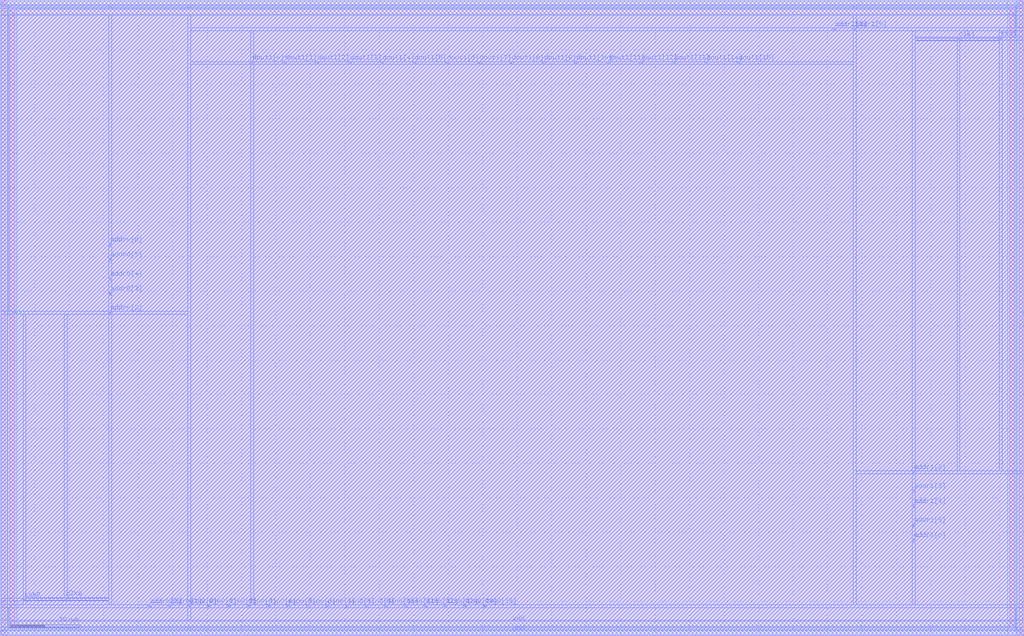
<source format=lef>
VERSION 5.4 ;
NAMESCASESENSITIVE ON ;
BUSBITCHARS "[]" ;
DIVIDERCHAR "/" ;
UNITS
  DATABASE MICRONS 2000 ;
END UNITS
MACRO freepdk45_sram_1w1r_120x16
   CLASS BLOCK ;
   SIZE 148.54 BY 92.26 ;
   SYMMETRY X Y R90 ;
   PIN din0[0]
      DIRECTION INPUT ;
      PORT
         LAYER metal3 ;
         RECT  27.345 4.2375 27.48 4.3725 ;
      END
   END din0[0]
   PIN din0[1]
      DIRECTION INPUT ;
      PORT
         LAYER metal3 ;
         RECT  30.205 4.2375 30.34 4.3725 ;
      END
   END din0[1]
   PIN din0[2]
      DIRECTION INPUT ;
      PORT
         LAYER metal3 ;
         RECT  33.065 4.2375 33.2 4.3725 ;
      END
   END din0[2]
   PIN din0[3]
      DIRECTION INPUT ;
      PORT
         LAYER metal3 ;
         RECT  35.925 4.2375 36.06 4.3725 ;
      END
   END din0[3]
   PIN din0[4]
      DIRECTION INPUT ;
      PORT
         LAYER metal3 ;
         RECT  38.785 4.2375 38.92 4.3725 ;
      END
   END din0[4]
   PIN din0[5]
      DIRECTION INPUT ;
      PORT
         LAYER metal3 ;
         RECT  41.645 4.2375 41.78 4.3725 ;
      END
   END din0[5]
   PIN din0[6]
      DIRECTION INPUT ;
      PORT
         LAYER metal3 ;
         RECT  44.505 4.2375 44.64 4.3725 ;
      END
   END din0[6]
   PIN din0[7]
      DIRECTION INPUT ;
      PORT
         LAYER metal3 ;
         RECT  47.365 4.2375 47.5 4.3725 ;
      END
   END din0[7]
   PIN din0[8]
      DIRECTION INPUT ;
      PORT
         LAYER metal3 ;
         RECT  50.225 4.2375 50.36 4.3725 ;
      END
   END din0[8]
   PIN din0[9]
      DIRECTION INPUT ;
      PORT
         LAYER metal3 ;
         RECT  53.085 4.2375 53.22 4.3725 ;
      END
   END din0[9]
   PIN din0[10]
      DIRECTION INPUT ;
      PORT
         LAYER metal3 ;
         RECT  55.945 4.2375 56.08 4.3725 ;
      END
   END din0[10]
   PIN din0[11]
      DIRECTION INPUT ;
      PORT
         LAYER metal3 ;
         RECT  58.805 4.2375 58.94 4.3725 ;
      END
   END din0[11]
   PIN din0[12]
      DIRECTION INPUT ;
      PORT
         LAYER metal3 ;
         RECT  61.665 4.2375 61.8 4.3725 ;
      END
   END din0[12]
   PIN din0[13]
      DIRECTION INPUT ;
      PORT
         LAYER metal3 ;
         RECT  64.525 4.2375 64.66 4.3725 ;
      END
   END din0[13]
   PIN din0[14]
      DIRECTION INPUT ;
      PORT
         LAYER metal3 ;
         RECT  67.385 4.2375 67.52 4.3725 ;
      END
   END din0[14]
   PIN din0[15]
      DIRECTION INPUT ;
      PORT
         LAYER metal3 ;
         RECT  70.245 4.2375 70.38 4.3725 ;
      END
   END din0[15]
   PIN addr0[0]
      DIRECTION INPUT ;
      PORT
         LAYER metal3 ;
         RECT  21.625 4.2375 21.76 4.3725 ;
      END
   END addr0[0]
   PIN addr0[1]
      DIRECTION INPUT ;
      PORT
         LAYER metal3 ;
         RECT  24.485 4.2375 24.62 4.3725 ;
      END
   END addr0[1]
   PIN addr0[2]
      DIRECTION INPUT ;
      PORT
         LAYER metal3 ;
         RECT  15.905 46.7825 16.04 46.9175 ;
      END
   END addr0[2]
   PIN addr0[3]
      DIRECTION INPUT ;
      PORT
         LAYER metal3 ;
         RECT  15.905 49.5125 16.04 49.6475 ;
      END
   END addr0[3]
   PIN addr0[4]
      DIRECTION INPUT ;
      PORT
         LAYER metal3 ;
         RECT  15.905 51.7225 16.04 51.8575 ;
      END
   END addr0[4]
   PIN addr0[5]
      DIRECTION INPUT ;
      PORT
         LAYER metal3 ;
         RECT  15.905 54.4525 16.04 54.5875 ;
      END
   END addr0[5]
   PIN addr0[6]
      DIRECTION INPUT ;
      PORT
         LAYER metal3 ;
         RECT  15.905 56.6625 16.04 56.7975 ;
      END
   END addr0[6]
   PIN addr1[0]
      DIRECTION INPUT ;
      PORT
         LAYER metal3 ;
         RECT  123.865 87.8875 124.0 88.0225 ;
      END
   END addr1[0]
   PIN addr1[1]
      DIRECTION INPUT ;
      PORT
         LAYER metal3 ;
         RECT  121.005 87.8875 121.14 88.0225 ;
      END
   END addr1[1]
   PIN addr1[2]
      DIRECTION INPUT ;
      PORT
         LAYER metal3 ;
         RECT  132.445 23.6425 132.58 23.7775 ;
      END
   END addr1[2]
   PIN addr1[3]
      DIRECTION INPUT ;
      PORT
         LAYER metal3 ;
         RECT  132.445 20.9125 132.58 21.0475 ;
      END
   END addr1[3]
   PIN addr1[4]
      DIRECTION INPUT ;
      PORT
         LAYER metal3 ;
         RECT  132.445 18.7025 132.58 18.8375 ;
      END
   END addr1[4]
   PIN addr1[5]
      DIRECTION INPUT ;
      PORT
         LAYER metal3 ;
         RECT  132.445 15.9725 132.58 16.1075 ;
      END
   END addr1[5]
   PIN addr1[6]
      DIRECTION INPUT ;
      PORT
         LAYER metal3 ;
         RECT  132.445 13.7625 132.58 13.8975 ;
      END
   END addr1[6]
   PIN csb0
      DIRECTION INPUT ;
      PORT
         LAYER metal3 ;
         RECT  3.445 5.1825 3.58 5.3175 ;
      END
   END csb0
   PIN csb1
      DIRECTION INPUT ;
      PORT
         LAYER metal3 ;
         RECT  145.045 86.5125 145.18 86.6475 ;
      END
   END csb1
   PIN clk0
      DIRECTION INPUT ;
      PORT
         LAYER metal3 ;
         RECT  9.4075 5.2675 9.5425 5.4025 ;
      END
   END clk0
   PIN clk1
      DIRECTION INPUT ;
      PORT
         LAYER metal3 ;
         RECT  138.9425 86.4275 139.0775 86.5625 ;
      END
   END clk1
   PIN dout1[0]
      DIRECTION OUTPUT ;
      PORT
         LAYER metal3 ;
         RECT  36.5125 83.02 36.6475 83.155 ;
      END
   END dout1[0]
   PIN dout1[1]
      DIRECTION OUTPUT ;
      PORT
         LAYER metal3 ;
         RECT  41.2125 83.02 41.3475 83.155 ;
      END
   END dout1[1]
   PIN dout1[2]
      DIRECTION OUTPUT ;
      PORT
         LAYER metal3 ;
         RECT  45.9125 83.02 46.0475 83.155 ;
      END
   END dout1[2]
   PIN dout1[3]
      DIRECTION OUTPUT ;
      PORT
         LAYER metal3 ;
         RECT  50.6125 83.02 50.7475 83.155 ;
      END
   END dout1[3]
   PIN dout1[4]
      DIRECTION OUTPUT ;
      PORT
         LAYER metal3 ;
         RECT  55.3125 83.02 55.4475 83.155 ;
      END
   END dout1[4]
   PIN dout1[5]
      DIRECTION OUTPUT ;
      PORT
         LAYER metal3 ;
         RECT  60.0125 83.02 60.1475 83.155 ;
      END
   END dout1[5]
   PIN dout1[6]
      DIRECTION OUTPUT ;
      PORT
         LAYER metal3 ;
         RECT  64.7125 83.02 64.8475 83.155 ;
      END
   END dout1[6]
   PIN dout1[7]
      DIRECTION OUTPUT ;
      PORT
         LAYER metal3 ;
         RECT  69.4125 83.02 69.5475 83.155 ;
      END
   END dout1[7]
   PIN dout1[8]
      DIRECTION OUTPUT ;
      PORT
         LAYER metal3 ;
         RECT  74.1125 83.02 74.2475 83.155 ;
      END
   END dout1[8]
   PIN dout1[9]
      DIRECTION OUTPUT ;
      PORT
         LAYER metal3 ;
         RECT  78.8125 83.02 78.9475 83.155 ;
      END
   END dout1[9]
   PIN dout1[10]
      DIRECTION OUTPUT ;
      PORT
         LAYER metal3 ;
         RECT  83.5125 83.02 83.6475 83.155 ;
      END
   END dout1[10]
   PIN dout1[11]
      DIRECTION OUTPUT ;
      PORT
         LAYER metal3 ;
         RECT  88.2125 83.02 88.3475 83.155 ;
      END
   END dout1[11]
   PIN dout1[12]
      DIRECTION OUTPUT ;
      PORT
         LAYER metal3 ;
         RECT  92.9125 83.02 93.0475 83.155 ;
      END
   END dout1[12]
   PIN dout1[13]
      DIRECTION OUTPUT ;
      PORT
         LAYER metal3 ;
         RECT  97.6125 83.02 97.7475 83.155 ;
      END
   END dout1[13]
   PIN dout1[14]
      DIRECTION OUTPUT ;
      PORT
         LAYER metal3 ;
         RECT  102.3125 83.02 102.4475 83.155 ;
      END
   END dout1[14]
   PIN dout1[15]
      DIRECTION OUTPUT ;
      PORT
         LAYER metal3 ;
         RECT  107.0125 83.02 107.1475 83.155 ;
      END
   END dout1[15]
   PIN vdd
      DIRECTION INOUT ;
      USE POWER ; 
      SHAPE ABUTMENT ; 
      PORT
         LAYER metal4 ;
         RECT  146.44 1.4 147.14 90.86 ;
         LAYER metal3 ;
         RECT  1.4 90.16 147.14 90.86 ;
         LAYER metal4 ;
         RECT  1.4 1.4 2.1 90.86 ;
         LAYER metal3 ;
         RECT  1.4 1.4 147.14 2.1 ;
      END
   END vdd
   PIN gnd
      DIRECTION INOUT ;
      USE GROUND ; 
      SHAPE ABUTMENT ; 
      PORT
         LAYER metal3 ;
         RECT  0.0 91.56 148.54 92.26 ;
         LAYER metal4 ;
         RECT  0.0 0.0 0.7 92.26 ;
         LAYER metal4 ;
         RECT  147.84 0.0 148.54 92.26 ;
         LAYER metal3 ;
         RECT  0.0 0.0 148.54 0.7 ;
      END
   END gnd
   OBS
   LAYER  metal1 ;
      RECT  0.14 0.14 148.4 92.12 ;
   LAYER  metal2 ;
      RECT  0.14 0.14 148.4 92.12 ;
   LAYER  metal3 ;
      RECT  27.62 4.0975 30.065 4.5125 ;
      RECT  30.48 4.0975 32.925 4.5125 ;
      RECT  33.34 4.0975 35.785 4.5125 ;
      RECT  36.2 4.0975 38.645 4.5125 ;
      RECT  39.06 4.0975 41.505 4.5125 ;
      RECT  41.92 4.0975 44.365 4.5125 ;
      RECT  44.78 4.0975 47.225 4.5125 ;
      RECT  47.64 4.0975 50.085 4.5125 ;
      RECT  50.5 4.0975 52.945 4.5125 ;
      RECT  53.36 4.0975 55.805 4.5125 ;
      RECT  56.22 4.0975 58.665 4.5125 ;
      RECT  59.08 4.0975 61.525 4.5125 ;
      RECT  61.94 4.0975 64.385 4.5125 ;
      RECT  64.8 4.0975 67.245 4.5125 ;
      RECT  67.66 4.0975 70.105 4.5125 ;
      RECT  70.52 4.0975 148.4 4.5125 ;
      RECT  0.14 4.0975 21.485 4.5125 ;
      RECT  21.9 4.0975 24.345 4.5125 ;
      RECT  24.76 4.0975 27.205 4.5125 ;
      RECT  0.14 46.6425 15.765 47.0575 ;
      RECT  15.765 4.5125 16.18 46.6425 ;
      RECT  16.18 4.5125 27.205 46.6425 ;
      RECT  16.18 46.6425 27.205 47.0575 ;
      RECT  15.765 47.0575 16.18 49.3725 ;
      RECT  15.765 49.7875 16.18 51.5825 ;
      RECT  15.765 51.9975 16.18 54.3125 ;
      RECT  15.765 54.7275 16.18 56.5225 ;
      RECT  123.725 4.5125 124.14 87.7475 ;
      RECT  124.14 87.7475 148.4 88.1625 ;
      RECT  27.62 87.7475 120.865 88.1625 ;
      RECT  121.28 87.7475 123.725 88.1625 ;
      RECT  124.14 4.5125 132.305 23.5025 ;
      RECT  124.14 23.5025 132.305 23.9175 ;
      RECT  124.14 23.9175 132.305 87.7475 ;
      RECT  132.305 23.9175 132.72 87.7475 ;
      RECT  132.72 4.5125 148.4 23.5025 ;
      RECT  132.72 23.5025 148.4 23.9175 ;
      RECT  132.305 21.1875 132.72 23.5025 ;
      RECT  132.305 18.9775 132.72 20.7725 ;
      RECT  132.305 16.2475 132.72 18.5625 ;
      RECT  132.305 4.5125 132.72 13.6225 ;
      RECT  132.305 14.0375 132.72 15.8325 ;
      RECT  0.14 4.5125 3.305 5.0425 ;
      RECT  0.14 5.0425 3.305 5.4575 ;
      RECT  0.14 5.4575 3.305 46.6425 ;
      RECT  3.305 4.5125 3.72 5.0425 ;
      RECT  3.305 5.4575 3.72 46.6425 ;
      RECT  3.72 4.5125 15.765 5.0425 ;
      RECT  132.72 86.7875 144.905 87.7475 ;
      RECT  144.905 23.9175 145.32 86.3725 ;
      RECT  144.905 86.7875 145.32 87.7475 ;
      RECT  145.32 23.9175 148.4 86.3725 ;
      RECT  145.32 86.3725 148.4 86.7875 ;
      RECT  145.32 86.7875 148.4 87.7475 ;
      RECT  3.72 5.0425 9.2675 5.1275 ;
      RECT  3.72 5.1275 9.2675 5.4575 ;
      RECT  9.2675 5.0425 9.6825 5.1275 ;
      RECT  9.6825 5.0425 15.765 5.1275 ;
      RECT  9.6825 5.1275 15.765 5.4575 ;
      RECT  3.72 5.4575 9.2675 5.5425 ;
      RECT  3.72 5.5425 9.2675 46.6425 ;
      RECT  9.2675 5.5425 9.6825 46.6425 ;
      RECT  9.6825 5.4575 15.765 5.5425 ;
      RECT  9.6825 5.5425 15.765 46.6425 ;
      RECT  132.72 23.9175 138.8025 86.2875 ;
      RECT  132.72 86.2875 138.8025 86.3725 ;
      RECT  138.8025 23.9175 139.2175 86.2875 ;
      RECT  139.2175 23.9175 144.905 86.2875 ;
      RECT  139.2175 86.2875 144.905 86.3725 ;
      RECT  132.72 86.3725 138.8025 86.7025 ;
      RECT  132.72 86.7025 138.8025 86.7875 ;
      RECT  138.8025 86.7025 139.2175 86.7875 ;
      RECT  139.2175 86.3725 144.905 86.7025 ;
      RECT  139.2175 86.7025 144.905 86.7875 ;
      RECT  27.62 4.5125 36.3725 82.88 ;
      RECT  27.62 82.88 36.3725 83.295 ;
      RECT  27.62 83.295 36.3725 87.7475 ;
      RECT  36.3725 4.5125 36.7875 82.88 ;
      RECT  36.3725 83.295 36.7875 87.7475 ;
      RECT  36.7875 4.5125 123.725 82.88 ;
      RECT  36.7875 83.295 123.725 87.7475 ;
      RECT  36.7875 82.88 41.0725 83.295 ;
      RECT  41.4875 82.88 45.7725 83.295 ;
      RECT  46.1875 82.88 50.4725 83.295 ;
      RECT  50.8875 82.88 55.1725 83.295 ;
      RECT  55.5875 82.88 59.8725 83.295 ;
      RECT  60.2875 82.88 64.5725 83.295 ;
      RECT  64.9875 82.88 69.2725 83.295 ;
      RECT  69.6875 82.88 73.9725 83.295 ;
      RECT  74.3875 82.88 78.6725 83.295 ;
      RECT  79.0875 82.88 83.3725 83.295 ;
      RECT  83.7875 82.88 88.0725 83.295 ;
      RECT  88.4875 82.88 92.7725 83.295 ;
      RECT  93.1875 82.88 97.4725 83.295 ;
      RECT  97.8875 82.88 102.1725 83.295 ;
      RECT  102.5875 82.88 106.8725 83.295 ;
      RECT  107.2875 82.88 123.725 83.295 ;
      RECT  27.205 4.5125 27.62 90.02 ;
      RECT  0.14 47.0575 1.26 90.02 ;
      RECT  0.14 90.02 1.26 91.0 ;
      RECT  1.26 47.0575 15.765 90.02 ;
      RECT  16.18 47.0575 27.205 90.02 ;
      RECT  15.765 56.9375 16.18 90.02 ;
      RECT  27.62 88.1625 123.725 90.02 ;
      RECT  123.725 88.1625 124.14 90.02 ;
      RECT  124.14 88.1625 147.28 90.02 ;
      RECT  147.28 88.1625 148.4 90.02 ;
      RECT  147.28 90.02 148.4 91.0 ;
      RECT  0.14 1.26 1.26 2.24 ;
      RECT  0.14 2.24 1.26 4.0975 ;
      RECT  1.26 2.24 27.205 4.0975 ;
      RECT  27.205 2.24 27.62 4.0975 ;
      RECT  27.62 2.24 147.28 4.0975 ;
      RECT  147.28 1.26 148.4 2.24 ;
      RECT  147.28 2.24 148.4 4.0975 ;
      RECT  27.205 91.0 27.62 91.42 ;
      RECT  0.14 91.0 1.26 91.42 ;
      RECT  1.26 91.0 15.765 91.42 ;
      RECT  16.18 91.0 27.205 91.42 ;
      RECT  15.765 91.0 16.18 91.42 ;
      RECT  27.62 91.0 123.725 91.42 ;
      RECT  123.725 91.0 124.14 91.42 ;
      RECT  124.14 91.0 147.28 91.42 ;
      RECT  147.28 91.0 148.4 91.42 ;
      RECT  0.14 0.84 1.26 1.26 ;
      RECT  1.26 0.84 27.205 1.26 ;
      RECT  27.205 0.84 27.62 1.26 ;
      RECT  27.62 0.84 147.28 1.26 ;
      RECT  147.28 0.84 148.4 1.26 ;
   LAYER  metal4 ;
      RECT  146.16 0.14 147.42 1.12 ;
      RECT  146.16 91.14 147.42 92.12 ;
      RECT  2.38 1.12 146.16 91.14 ;
      RECT  0.98 0.14 146.16 1.12 ;
      RECT  0.98 91.14 146.16 92.12 ;
      RECT  0.98 1.12 1.12 91.14 ;
      RECT  147.42 0.14 147.56 1.12 ;
      RECT  147.42 1.12 147.56 91.14 ;
      RECT  147.42 91.14 147.56 92.12 ;
   END
END    freepdk45_sram_1w1r_120x16
END    LIBRARY

</source>
